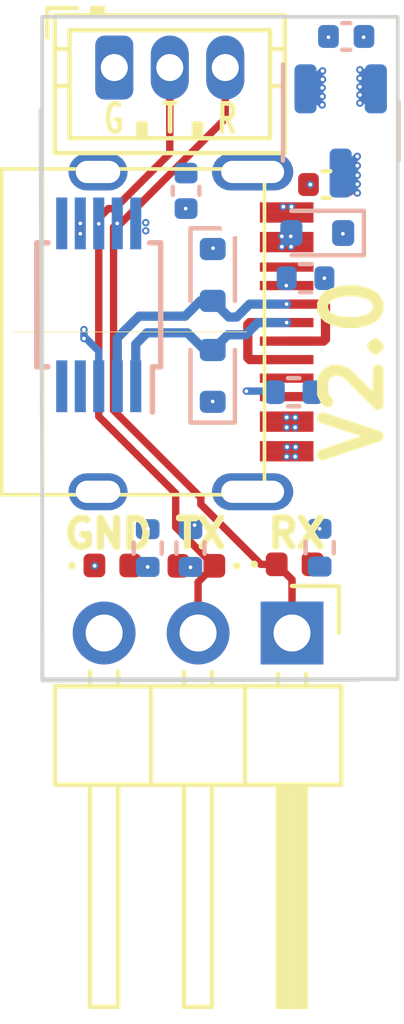
<source format=kicad_pcb>
(kicad_pcb (version 20221018) (generator pcbnew)
  (layers (0 "F.Cu" signal) (1 "In1.Cu" signal) (2 "In2.Cu" signal) (31 "B.Cu" signal) (34 "B.Paste" user) (35 "F.Paste" user) (36 "B.SilkS" user "B.Silkscreen") (37 "F.SilkS" user "F.Silkscreen") (38 "B.Mask" user) (39 "F.Mask" user) (44 "Edge.Cuts" user))
  (net 0 "")
  (net 1 "RXD")
  (net 2 "TXD")
  (net 3 "+5V")
  (net 7 "+3V3")
  (net 8 "Net-(D1-A)")
  (net 9 "Net-(D4-A)")
  (net 10 "Net-(D5-A)")
  (net 11 "Net-(J1-CC1)")
  (net 13 "Net-(J1-CC2)")
  (net 15 "GND")
  (net 16 "D+")
  (net 17 "D-")
  (footprint "Connector_JST2:JST_ZH_B3B-ZR_1x03_P1.50mm_Vertical" (layer "F.Cu") (at 150.55 120.89)
    (fp_text reference "J3" hide)
    (fp_text value "ZST-ZH-3" hide)
    (fp_line (start -1.81 -1.61) (end -1.81 -0.81) (stroke (width 0.12)) (layer "F.SilkS"))
    (fp_line (start -1.61 -1.41) (end -1.61 2.31) (stroke (width 0.12)) (layer "F.SilkS"))
    (fp_line (start -1.61 -0.5) (end -1.21 -0.5) (stroke (width 0.12)) (layer "F.SilkS"))
    (fp_line (start -1.61 0.5) (end -1.21 0.5) (stroke (width 0.12)) (layer "F.SilkS"))
    (fp_line (start -1.61 2.31) (end 4.61 2.31) (stroke (width 0.12)) (layer "F.SilkS"))
    (fp_line (start -1.21 -1.01) (end -1.21 1.91) (stroke (width 0.12)) (layer "F.SilkS"))
    (fp_line (start -1.21 1.91) (end 4.21 1.91) (stroke (width 0.12)) (layer "F.SilkS"))
    (fp_line (start -1.01 -1.61) (end -1.81 -1.61) (stroke (width 0.12)) (layer "F.SilkS"))
    (fp_line (start -0.6 -1.61) (end -0.6 -1.41) (stroke (width 0.12)) (layer "F.SilkS"))
    (fp_line (start -0.3 -1.61) (end -0.6 -1.61) (stroke (width 0.12)) (layer "F.SilkS"))
    (fp_line (start -0.3 -1.51) (end -0.6 -1.51) (stroke (width 0.12)) (layer "F.SilkS"))
    (fp_line (start -0.3 -1.41) (end -0.3 -1.61) (stroke (width 0.12)) (layer "F.SilkS"))
    (fp_line (start 0.65 1.51) (end 0.85 1.51) (stroke (width 0.12)) (layer "F.SilkS"))
    (fp_line (start 0.65 1.91) (end 0.65 1.51) (stroke (width 0.12)) (layer "F.SilkS"))
    (fp_line (start 0.75 1.91) (end 0.75 1.51) (stroke (width 0.12)) (layer "F.SilkS"))
    (fp_line (start 0.85 1.51) (end 0.85 1.91) (stroke (width 0.12)) (layer "F.SilkS"))
    (fp_line (start 2.15 1.51) (end 2.35 1.51) (stroke (width 0.12)) (layer "F.SilkS"))
    (fp_line (start 2.15 1.91) (end 2.15 1.51) (stroke (width 0.12)) (layer "F.SilkS"))
    (fp_line (start 2.25 1.91) (end 2.25 1.51) (stroke (width 0.12)) (layer "F.SilkS"))
    (fp_line (start 2.35 1.51) (end 2.35 1.91) (stroke (width 0.12)) (layer "F.SilkS"))
    (fp_line (start 4.21 -1.01) (end -1.21 -1.01) (stroke (width 0.12)) (layer "F.SilkS"))
    (fp_line (start 4.21 1.91) (end 4.21 -1.01) (stroke (width 0.12)) (layer "F.SilkS"))
    (fp_line (start 4.61 -1.41) (end -1.61 -1.41) (stroke (width 0.12)) (layer "F.SilkS"))
    (fp_line (start 4.61 -0.5) (end 4.21 -0.5) (stroke (width 0.12)) (layer "F.SilkS"))
    (fp_line (start 4.61 0.5) (end 4.21 0.5) (stroke (width 0.12)) (layer "F.SilkS"))
    (fp_line (start 4.61 2.31) (end 4.61 -1.41) (stroke (width 0.12)) (layer "F.SilkS"))
    (pad "1" thru_hole roundrect (at 0 0) (size 1.03 1.73) (drill 0.73) (layers "*.Cu" "*.Mask") (roundrect_rratio 0.242718) (net 15 "GND"))
    (pad "2" thru_hole oval (at 1.5 0) (size 1.03 1.73) (drill 0.73) (layers "*.Cu" "*.Mask") (net 2 "TXD"))
    (pad "3" thru_hole oval (at 3 0) (size 1.03 1.73) (drill 0.73) (layers "*.Cu" "*.Mask") (net 1 "RXD"))
  )
  (footprint "LED_SMD:LED_0402_1005Metric" (layer "F.Cu") (at 150.4975 134.34)
    (fp_text reference "D1" hide)
    (fp_text value "G_LED" hide)
    (fp_circle (center -1.09 0) (end -1.04 0) (stroke (width 0.1)) (fill none) (layer "F.SilkS"))
    (pad "1" smd roundrect (at -0.485 0) (size 0.59 0.64) (layers "F.Cu" "F.Paste" "F.Mask") (net 15 "GND"))
    (pad "2" smd roundrect (at 0.485 0) (size 0.59 0.64) (layers "F.Cu" "F.Paste" "F.Mask") (net 8 "Net-(D1-A)"))
  )
  (footprint "Connector_PinHeader_2.54mm:PinHeader_1x03_P2.54mm_Horizontal" (layer "F.Cu") (at 155.355 136.165 -90)
    (fp_text reference "J2" hide)
    (fp_text value "Conn_Dupont_0.1\"_01x03" hide)
    (fp_line (start -1.27 -1.27) (end 0 -1.27) (stroke (width 0.12)) (layer "F.SilkS"))
    (fp_line (start -1.27 0) (end -1.27 -1.27) (stroke (width 0.12)) (layer "F.SilkS"))
    (fp_line (start 1.042929 2.16) (end 1.44 2.16) (stroke (width 0.12)) (layer "F.SilkS"))
    (fp_line (start 1.042929 2.92) (end 1.44 2.92) (stroke (width 0.12)) (layer "F.SilkS"))
    (fp_line (start 1.042929 4.7) (end 1.44 4.7) (stroke (width 0.12)) (layer "F.SilkS"))
    (fp_line (start 1.042929 5.46) (end 1.44 5.46) (stroke (width 0.12)) (layer "F.SilkS"))
    (fp_line (start 1.11 -0.38) (end 1.44 -0.38) (stroke (width 0.12)) (layer "F.SilkS"))
    (fp_line (start 1.11 0.38) (end 1.44 0.38) (stroke (width 0.12)) (layer "F.SilkS"))
    (fp_line (start 1.44 -1.33) (end 1.44 6.41) (stroke (width 0.12)) (layer "F.SilkS"))
    (fp_line (start 1.44 1.27) (end 4.1 1.27) (stroke (width 0.12)) (layer "F.SilkS"))
    (fp_line (start 1.44 3.81) (end 4.1 3.81) (stroke (width 0.12)) (layer "F.SilkS"))
    (fp_line (start 1.44 6.41) (end 4.1 6.41) (stroke (width 0.12)) (layer "F.SilkS"))
    (fp_line (start 4.1 -1.33) (end 1.44 -1.33) (stroke (width 0.12)) (layer "F.SilkS"))
    (fp_line (start 4.1 -0.38) (end 10.1 -0.38) (stroke (width 0.12)) (layer "F.SilkS"))
    (fp_line (start 4.1 -0.32) (end 10.1 -0.32) (stroke (width 0.12)) (layer "F.SilkS"))
    (fp_line (start 4.1 -0.2) (end 10.1 -0.2) (stroke (width 0.12)) (layer "F.SilkS"))
    (fp_line (start 4.1 -0.08) (end 10.1 -0.08) (stroke (width 0.12)) (layer "F.SilkS"))
    (fp_line (start 4.1 0.04) (end 10.1 0.04) (stroke (width 0.12)) (layer "F.SilkS"))
    (fp_line (start 4.1 0.16) (end 10.1 0.16) (stroke (width 0.12)) (layer "F.SilkS"))
    (fp_line (start 4.1 0.28) (end 10.1 0.28) (stroke (width 0.12)) (layer "F.SilkS"))
    (fp_line (start 4.1 2.16) (end 10.1 2.16) (stroke (width 0.12)) (layer "F.SilkS"))
    (fp_line (start 4.1 4.7) (end 10.1 4.7) (stroke (width 0.12)) (layer "F.SilkS"))
    (fp_line (start 4.1 6.41) (end 4.1 -1.33) (stroke (width 0.12)) (layer "F.SilkS"))
    (fp_line (start 10.1 -0.38) (end 10.1 0.38) (stroke (width 0.12)) (layer "F.SilkS"))
    (fp_line (start 10.1 0.38) (end 4.1 0.38) (stroke (width 0.12)) (layer "F.SilkS"))
    (fp_line (start 10.1 2.16) (end 10.1 2.92) (stroke (width 0.12)) (layer "F.SilkS"))
    (fp_line (start 10.1 2.92) (end 4.1 2.92) (stroke (width 0.12)) (layer "F.SilkS"))
    (fp_line (start 10.1 4.7) (end 10.1 5.46) (stroke (width 0.12)) (layer "F.SilkS"))
    (fp_line (start 10.1 5.46) (end 4.1 5.46) (stroke (width 0.12)) (layer "F.SilkS"))
    (pad "1" thru_hole rect (at 0 0 270) (size 1.7 1.7) (drill 1) (layers "*.Cu" "*.Mask") (net 1 "RXD"))
    (pad "2" thru_hole oval (at 0 2.54 270) (size 1.7 1.7) (drill 1) (layers "*.Cu" "*.Mask") (net 2 "TXD"))
    (pad "3" thru_hole oval (at 0 5.08 270) (size 1.7 1.7) (drill 1) (layers "*.Cu" "*.Mask") (net 15 "GND"))
  )
  (footprint "USB-C-Power-tester:TYPE-C-31-M-12" (layer "F.Cu") (at 150.11 128.03 -90)
    (fp_text reference "J1" hide)
    (fp_text value "USB-C_2.0" hide)
    (fp_line (start -4.4 -4.5) (end -4.4 2.6) (stroke (width 0.1)) (layer "F.SilkS"))
    (fp_line (start -4.4 -4.5) (end 4.4 -4.5) (stroke (width 0.1)) (layer "F.SilkS"))
    (fp_line (start 0 -4.02) (end 0 2.3) (stroke (width 0.02)) (layer "F.SilkS"))
    (fp_line (start 4.2 1.5) (end -4.2 1.5) (stroke (width 0.1)) (layer "F.SilkS"))
    (fp_line (start 4.4 -4.5) (end 4.4 2.6) (stroke (width 0.1)) (layer "F.SilkS"))
    (fp_line (start 4.4 2.6) (end -4.4 2.6) (stroke (width 0.1)) (layer "F.SilkS"))
    (pad "" np_thru_hole circle (at -2.9 -3.65 270) (size 0.65 0.65) (drill 0.65) (layers "*.Cu" "*.Mask") (clearance 0.01))
    (pad "" np_thru_hole circle (at 2.9 -3.65 270) (size 0.65 0.65) (drill 0.65) (layers "*.Cu" "*.Mask") (clearance 0.01))
    (pad "A1" smd rect (at -3.375 -5.1 270) (size 0.25 1.45) (layers "F.Cu" "F.Paste" "F.Mask") (net 15 "GND"))
    (pad "A4" smd rect (at -2.575 -5.1 270) (size 0.25 1.45) (layers "F.Cu" "F.Paste" "F.Mask") (net 3 "+5V"))
    (pad "A5" smd rect (at -1.25 -5.1 270) (size 0.25 1.45) (layers "F.Cu" "F.Paste" "F.Mask") (net 11 "Net-(J1-CC1)"))
    (pad "A6" smd rect (at -0.25 -5.1 270) (size 0.25 1.45) (layers "F.Cu" "F.Paste" "F.Mask") (net 16 "D+"))
    (pad "A7" smd rect (at 0.25 -5.1 270) (size 0.25 1.45) (layers "F.Cu" "F.Paste" "F.Mask") (net 17 "D-"))
    (pad "A8" smd rect (at 1.25 -5.1 270) (size 0.25 1.45) (layers "F.Cu" "F.Paste" "F.Mask"))
    (pad "A9" smd rect (at 2.575 -5.1 270) (size 0.25 1.45) (layers "F.Cu" "F.Paste" "F.Mask") (net 3 "+5V"))
    (pad "A12" smd rect (at 3.375 -5.1 270) (size 0.25 1.45) (layers "F.Cu" "F.Paste" "F.Mask") (net 15 "GND"))
    (pad "B1" smd rect (at 3.1 -5.1 270) (size 0.3 1.45) (layers "F.Cu" "F.Paste" "F.Mask") (net 15 "GND"))
    (pad "B4" smd rect (at 2.3 -5.1 270) (size 0.3 1.45) (layers "F.Cu" "F.Paste" "F.Mask") (net 3 "+5V"))
    (pad "B5" smd rect (at 1.75 -5.1 270) (size 0.25 1.45) (layers "F.Cu" "F.Paste" "F.Mask") (net 13 "Net-(J1-CC2)"))
    (pad "B6" smd rect (at 0.75 -5.1 270) (size 0.25 1.45) (layers "F.Cu" "F.Paste" "F.Mask") (net 16 "D+"))
    (pad "B7" smd rect (at -0.75 -5.1 270) (size 0.25 1.45) (layers "F.Cu" "F.Paste" "F.Mask") (net 17 "D-"))
    (pad "B8" smd rect (at -1.75 -5.1 270) (size 0.25 1.45) (layers "F.Cu" "F.Paste" "F.Mask"))
    (pad "B9" smd rect (at -2.3 -5.1 270) (size 0.3 1.45) (layers "F.Cu" "F.Paste" "F.Mask") (net 3 "+5V"))
    (pad "B12" smd rect (at -3.1 -5.1 270) (size 0.3 1.45) (layers "F.Cu" "F.Paste" "F.Mask") (net 15 "GND"))
    (pad "S1" thru_hole roundrect (at -4.32 -4.18 270) (size 1 2.2) (drill oval 0.6 1.7) (layers "*.Cu" "*.Mask") (roundrect_rratio 0.5) (net 15 "GND"))
    (pad "S1" thru_hole roundrect (at -4.32 0 270) (size 1 1.6) (drill oval 0.6 1.2) (layers "*.Cu" "*.Mask") (roundrect_rratio 0.5) (net 15 "GND"))
    (pad "S1" thru_hole roundrect (at 4.32 -4.18 270) (size 1 2.2) (drill oval 0.6 1.7) (layers "*.Cu" "*.Mask") (roundrect_rratio 0.5) (net 15 "GND"))
    (pad "S1" thru_hole roundrect (at 4.32 0 270) (size 1 1.6) (drill oval 0.6 1.2) (layers "*.Cu" "*.Mask") (roundrect_rratio 0.5) (net 15 "GND"))
  )
  (footprint "LED_SMD:LED_0402_1005Metric" (layer "F.Cu") (at 155.425 134.31)
    (fp_text reference "D5" hide)
    (fp_text value "B_LED" hide)
    (fp_circle (center -1.09 0) (end -1.04 0) (stroke (width 0.1)) (fill none) (layer "F.SilkS"))
    (pad "1" smd roundrect (at -0.485 0) (size 0.59 0.64) (layers "F.Cu" "F.Paste" "F.Mask") (net 1 "RXD"))
    (pad "2" smd roundrect (at 0.485 0) (size 0.59 0.64) (layers "F.Cu" "F.Paste" "F.Mask") (net 10 "Net-(D5-A)"))
  )
  (footprint "Capacitor_SMD:C_0402_1005Metric" (layer "F.Cu") (at 156.28 124.05 180)
    (fp_text reference "C1" hide)
    (fp_text value "1uF" hide)
    (fp_line (start -0.107836 -0.36) (end 0.107836 -0.36) (stroke (width 0.12)) (layer "F.SilkS"))
    (fp_line (start -0.107836 0.36) (end 0.107836 0.36) (stroke (width 0.12)) (layer "F.SilkS"))
    (pad "1" smd roundrect (at -0.48 0 180) (size 0.56 0.62) (layers "F.Cu" "F.Paste" "F.Mask") (net 3 "+5V"))
    (pad "2" smd roundrect (at 0.48 0 180) (size 0.56 0.62) (layers "F.Cu" "F.Paste" "F.Mask") (net 15 "GND"))
  )
  (footprint "LED_SMD:LED_0402_1005Metric" (layer "F.Cu") (at 152.77 134.35 180)
    (fp_text reference "D4" hide)
    (fp_text value "B_LED" hide)
    (fp_circle (center -1.09 0) (end -1.04 0) (stroke (width 0.1)) (fill none) (layer "F.SilkS"))
    (pad "1" smd roundrect (at -0.485 0 180) (size 0.59 0.64) (layers "F.Cu" "F.Paste" "F.Mask") (net 2 "TXD"))
    (pad "2" smd roundrect (at 0.485 0 180) (size 0.59 0.64) (layers "F.Cu" "F.Paste" "F.Mask") (net 9 "Net-(D4-A)"))
  )
  (footprint "Capacitor_SMD:C_0402_1005Metric" (layer "B.Cu") (at 156.82 120.05 180)
    (fp_text reference "C3" hide)
    (fp_text value "1uF" hide)
    (fp_line (start -0.107836 -0.36) (end 0.107836 -0.36) (stroke (width 0.12)) (layer "B.SilkS"))
    (fp_line (start -0.107836 0.36) (end 0.107836 0.36) (stroke (width 0.12)) (layer "B.SilkS"))
    (pad "1" smd roundrect (at -0.48 0 180) (size 0.56 0.62) (layers "B.Cu" "B.Paste" "B.Mask") (net 7 "+3V3"))
    (pad "2" smd roundrect (at 0.48 0 180) (size 0.56 0.62) (layers "B.Cu" "B.Paste" "B.Mask") (net 15 "GND"))
  )
  (footprint "Package_TO_SOT_SMD:SOT-23-3" (layer "B.Cu") (at 156.67 122.6025 -90)
    (fp_text reference "U2" hide)
    (fp_text value "XC6206P332MR" hide)
    (fp_line (start 0 -1.56) (end -0.8 -1.56) (stroke (width 0.12)) (layer "B.SilkS"))
    (fp_line (start 0 -1.56) (end 0.8 -1.56) (stroke (width 0.12)) (layer "B.SilkS"))
    (fp_line (start 0 1.56) (end -1.8 1.56) (stroke (width 0.12)) (layer "B.SilkS"))
    (fp_line (start 0 1.56) (end 0.8 1.56) (stroke (width 0.12)) (layer "B.SilkS"))
    (pad "1" smd roundrect (at -1.1375 0.95 270) (size 1.325 0.6) (layers "B.Cu" "B.Paste" "B.Mask") (net 15 "GND"))
    (pad "2" smd roundrect (at -1.1375 -0.95 270) (size 1.325 0.6) (layers "B.Cu" "B.Paste" "B.Mask") (net 7 "+3V3"))
    (pad "3" smd roundrect (at 1.1375 0 270) (size 1.325 0.6) (layers "B.Cu" "B.Paste" "B.Mask") (net 3 "+5V"))
  )
  (footprint "Resistor_SMD:R_0402_1005Metric" (layer "B.Cu") (at 155.4 129.66 180)
    (fp_text reference "R2" hide)
    (fp_text value "5.1K" hide)
    (fp_line (start -0.153641 -0.38) (end 0.153641 -0.38) (stroke (width 0.12)) (layer "B.SilkS"))
    (fp_line (start -0.153641 0.38) (end 0.153641 0.38) (stroke (width 0.12)) (layer "B.SilkS"))
    (pad "1" smd roundrect (at -0.51 0 180) (size 0.54 0.64) (layers "B.Cu" "B.Paste" "B.Mask") (net 13 "Net-(J1-CC2)"))
    (pad "2" smd roundrect (at 0.51 0 180) (size 0.54 0.64) (layers "B.Cu" "B.Paste" "B.Mask") (net 15 "GND"))
  )
  (footprint "Resistor_SMD:R_0402_1005Metric" (layer "B.Cu") (at 156.1025 133.86 -90)
    (fp_text reference "R5" hide)
    (fp_text value "10K" hide)
    (fp_line (start -0.153641 -0.38) (end 0.153641 -0.38) (stroke (width 0.12)) (layer "B.SilkS"))
    (fp_line (start -0.153641 0.38) (end 0.153641 0.38) (stroke (width 0.12)) (layer "B.SilkS"))
    (pad "1" smd roundrect (at -0.51 0 270) (size 0.54 0.64) (layers "B.Cu" "B.Paste" "B.Mask") (net 7 "+3V3"))
    (pad "2" smd roundrect (at 0.51 0 270) (size 0.54 0.64) (layers "B.Cu" "B.Paste" "B.Mask") (net 10 "Net-(D5-A)"))
  )
  (footprint "Resistor_SMD:R_0402_1005Metric" (layer "B.Cu") (at 155.72 126.58)
    (fp_text reference "R3" hide)
    (fp_text value "5.1K" hide)
    (fp_line (start -0.153641 -0.38) (end 0.153641 -0.38) (stroke (width 0.12)) (layer "B.SilkS"))
    (fp_line (start -0.153641 0.38) (end 0.153641 0.38) (stroke (width 0.12)) (layer "B.SilkS"))
    (pad "1" smd roundrect (at -0.51 0) (size 0.54 0.64) (layers "B.Cu" "B.Paste" "B.Mask") (net 11 "Net-(J1-CC1)"))
    (pad "2" smd roundrect (at 0.51 0) (size 0.54 0.64) (layers "B.Cu" "B.Paste" "B.Mask") (net 15 "GND"))
  )
  (footprint "Diode_SMD:D_SOD-523" (layer "B.Cu") (at 153.21 126.4925 -90)
    (fp_text reference "D3" hide)
    (fp_text value "LESD5D5.0CT1G" hide)
    (fp_line (start -1.26 0.6) (end -1.26 -0.6) (stroke (width 0.12)) (layer "B.SilkS"))
    (fp_line (start 0.7 -0.6) (end -1.26 -0.6) (stroke (width 0.12)) (layer "B.SilkS"))
    (fp_line (start 0.7 0.6) (end -1.26 0.6) (stroke (width 0.12)) (layer "B.SilkS"))
    (pad "1" smd roundrect (at -0.7 0 90) (size 0.6 0.7) (layers "B.Cu" "B.Paste" "B.Mask") (net 15 "GND"))
    (pad "2" smd roundrect (at 0.7 0 90) (size 0.6 0.7) (layers "B.Cu" "B.Paste" "B.Mask") (net 17 "D-"))
  )
  (footprint "Package_SO:MSOP-10_3x3mm_P0.5mm" (layer "B.Cu") (at 150.13 127.3 90)
    (fp_text reference "U1" hide)
    (fp_text value "CH340E" hide)
    (fp_line (start -1.675 -1.675) (end -1.675 -1.375) (stroke (width 0.15)) (layer "B.SilkS"))
    (fp_line (start -1.675 -1.675) (end 1.675 -1.675) (stroke (width 0.15)) (layer "B.SilkS"))
    (fp_line (start -1.675 1.45) (end -2.9 1.45) (stroke (width 0.15)) (layer "B.SilkS"))
    (fp_line (start -1.675 1.675) (end -1.675 1.45) (stroke (width 0.15)) (layer "B.SilkS"))
    (fp_line (start -1.675 1.675) (end 1.675 1.675) (stroke (width 0.15)) (layer "B.SilkS"))
    (fp_line (start 1.675 -1.675) (end 1.675 -1.375) (stroke (width 0.15)) (layer "B.SilkS"))
    (fp_line (start 1.675 1.675) (end 1.675 1.375) (stroke (width 0.15)) (layer "B.SilkS"))
    (pad "1" smd rect (at -2.2 1 90) (size 1.4 0.3) (layers "B.Cu" "B.Paste" "B.Mask") (net 16 "D+"))
    (pad "2" smd rect (at -2.2 0.5 90) (size 1.4 0.3) (layers "B.Cu" "B.Paste" "B.Mask") (net 17 "D-"))
    (pad "3" smd rect (at -2.2 0 90) (size 1.4 0.3) (layers "B.Cu" "B.Paste" "B.Mask") (net 15 "GND"))
    (pad "4" smd rect (at -2.2 -0.5 90) (size 1.4 0.3) (layers "B.Cu" "B.Paste" "B.Mask"))
    (pad "5" smd rect (at -2.2 -1 90) (size 1.4 0.3) (layers "B.Cu" "B.Paste" "B.Mask"))
    (pad "6" smd rect (at 2.2 -1 90) (size 1.4 0.3) (layers "B.Cu" "B.Paste" "B.Mask"))
    (pad "7" smd rect (at 2.2 -0.5 90) (size 1.4 0.3) (layers "B.Cu" "B.Paste" "B.Mask") (net 7 "+3V3"))
    (pad "8" smd rect (at 2.2 0 90) (size 1.4 0.3) (layers "B.Cu" "B.Paste" "B.Mask") (net 2 "TXD"))
    (pad "9" smd rect (at 2.2 0.5 90) (size 1.4 0.3) (layers "B.Cu" "B.Paste" "B.Mask") (net 1 "RXD"))
    (pad "10" smd rect (at 2.2 1 90) (size 1.4 0.3) (layers "B.Cu" "B.Paste" "B.Mask") (net 7 "+3V3"))
  )
  (footprint "Diode_SMD:D_SOD-523" (layer "B.Cu") (at 153.21 129.22 90)
    (fp_text reference "D2" hide)
    (fp_text value "LESD5D5.0CT1G" hide)
    (fp_line (start -1.26 0.6) (end -1.26 -0.6) (stroke (width 0.12)) (layer "B.SilkS"))
    (fp_line (start 0.7 -0.6) (end -1.26 -0.6) (stroke (width 0.12)) (layer "B.SilkS"))
    (fp_line (start 0.7 0.6) (end -1.26 0.6) (stroke (width 0.12)) (layer "B.SilkS"))
    (pad "1" smd roundrect (at -0.7 0 270) (size 0.6 0.7) (layers "B.Cu" "B.Paste" "B.Mask") (net 15 "GND"))
    (pad "2" smd roundrect (at 0.7 0 270) (size 0.6 0.7) (layers "B.Cu" "B.Paste" "B.Mask") (net 16 "D+"))
  )
  (footprint "Capacitor_SMD:C_0402_1005Metric" (layer "B.Cu") (at 152.49 124.22 90)
    (fp_text reference "C2" hide)
    (fp_text value "100nF" hide)
    (fp_line (start -0.107836 -0.36) (end 0.107836 -0.36) (stroke (width 0.12)) (layer "B.SilkS"))
    (fp_line (start -0.107836 0.36) (end 0.107836 0.36) (stroke (width 0.12)) (layer "B.SilkS"))
    (pad "1" smd roundrect (at -0.48 0 90) (size 0.56 0.62) (layers "B.Cu" "B.Paste" "B.Mask") (net 7 "+3V3"))
    (pad "2" smd roundrect (at 0.48 0 90) (size 0.56 0.62) (layers "B.Cu" "B.Paste" "B.Mask") (net 15 "GND"))
  )
  (footprint "Resistor_SMD:R_0402_1005Metric" (layer "B.Cu") (at 152.61 133.87 -90)
    (fp_text reference "R4" hide)
    (fp_text value "10K" hide)
    (fp_line (start -0.153641 -0.38) (end 0.153641 -0.38) (stroke (width 0.12)) (layer "B.SilkS"))
    (fp_line (start -0.153641 0.38) (end 0.153641 0.38) (stroke (width 0.12)) (layer "B.SilkS"))
    (pad "1" smd roundrect (at -0.51 0 270) (size 0.54 0.64) (layers "B.Cu" "B.Paste" "B.Mask") (net 7 "+3V3"))
    (pad "2" smd roundrect (at 0.51 0 270) (size 0.54 0.64) (layers "B.Cu" "B.Paste" "B.Mask") (net 9 "Net-(D4-A)"))
  )
  (footprint "Diode_SMD:D_SOD-523" (layer "B.Cu") (at 156.0375 125.36 180)
    (fp_text reference "D6" hide)
    (fp_text value "LESD5D5.0CT1G" hide)
    (fp_line (start -1.26 0.6) (end -1.26 -0.6) (stroke (width 0.12)) (layer "B.SilkS"))
    (fp_line (start 0.7 -0.6) (end -1.26 -0.6) (stroke (width 0.12)) (layer "B.SilkS"))
    (fp_line (start 0.7 0.6) (end -1.26 0.6) (stroke (width 0.12)) (layer "B.SilkS"))
    (pad "1" smd roundrect (at -0.7 0) (size 0.6 0.7) (layers "B.Cu" "B.Paste" "B.Mask") (net 15 "GND"))
    (pad "2" smd roundrect (at 0.7 0) (size 0.6 0.7) (layers "B.Cu" "B.Paste" "B.Mask") (net 3 "+5V"))
  )
  (footprint "Resistor_SMD:R_0402_1005Metric" (layer "B.Cu") (at 151.4525 133.87 -90)
    (fp_text reference "R1" hide)
    (fp_text value "10K" hide)
    (fp_line (start -0.153641 -0.38) (end 0.153641 -0.38) (stroke (width 0.12)) (layer "B.SilkS"))
    (fp_line (start -0.153641 0.38) (end 0.153641 0.38) (stroke (width 0.12)) (layer "B.SilkS"))
    (pad "1" smd roundrect (at -0.51 0 270) (size 0.54 0.64) (layers "B.Cu" "B.Paste" "B.Mask") (net 7 "+3V3"))
    (pad "2" smd roundrect (at 0.51 0 270) (size 0.54 0.64) (layers "B.Cu" "B.Paste" "B.Mask") (net 8 "Net-(D1-A)"))
  )
  (gr_line (start 148.6 132.22) (end 148.61 137.45) (stroke (width 0.1)) (layer "Edge.Cuts"))
  (gr_line (start 148.61 137.45) (end 157.15 137.43) (stroke (width 0.1)) (layer "Edge.Cuts"))
  (gr_rect (start 148.6 119.52) (end 158.21 137.41) (stroke (width 0.1)) (fill none) (layer "Edge.Cuts"))
  (gr_line (start 148.55125 122.0375) (end 148.6 132.22) (stroke (width 0.1)) (layer "Edge.Cuts"))
  (gr_text "TX" (at 152.11 133.92) (layer "F.SilkS") (effects (font (size 0.762 0.762) (thickness 0.1905) bold) (justify left bottom)))
  (gr_text "GND" (at 149.1 133.93) (layer "F.SilkS") (effects (font (size 0.762 0.762) (thickness 0.1905) bold) (justify left bottom)))
  (gr_text "G" (at 150.2 122.72) (layer "F.SilkS") (effects (font (size 0.762 0.508) (thickness 0.127) bold) (justify left bottom)))
  (gr_text "RX" (at 154.61 133.92) (layer "F.SilkS") (effects (font (size 0.762 0.762) (thickness 0.1905) bold) (justify left bottom)))
  (gr_text "T" (at 151.78 122.71) (layer "F.SilkS") (effects (font (size 0.762 0.508) (thickness 0.127) bold) (justify left bottom)))
  (gr_text "R" (at 153.26 122.72) (layer "F.SilkS") (effects (font (size 0.762 0.508) (thickness 0.127) bold) (justify left bottom)))
  (gr_text "V2.0" (at 157.88 131.69 90) (layer "F.SilkS") (effects (font (size 1.5 1.5) (thickness 0.3) bold) (justify left bottom)))
  (gr_text "GND" (at 149.11 133.93) (layer "F.SilkS") (effects (font (size 0.762 0.762) (thickness 0.1905) bold) (justify left bottom)))
  (segment (start 154.511358 134.31) (end 154.94 134.31) (width 0.2) (layer "F.Cu") (net 1))
  (segment (start 153.55 122.274328) (end 150.724328 125.1) (width 0.2) (layer "F.Cu") (net 1))
  (segment (start 155.355 134.725) (end 154.94 134.31) (width 0.2) (layer "F.Cu") (net 1))
  (segment (start 150.53 130.148628) (end 152.89 132.508628) (width 0.2) (layer "F.Cu") (net 1))
  (segment (start 153.55 120.89) (end 153.55 122.274328) (width 0.2) (layer "F.Cu") (net 1))
  (segment (start 152.89 132.688642) (end 154.511358 134.31) (width 0.2) (layer "F.Cu") (net 1))
  (segment (start 150.53 125.2) (end 150.53 130.148628) (width 0.2) (layer "F.Cu") (net 1))
  (segment (start 150.63 125.1) (end 150.53 125.2) (width 0.2) (layer "F.Cu") (net 1))
  (segment (start 152.89 132.508628) (end 152.89 132.688642) (width 0.2) (layer "F.Cu") (net 1))
  (segment (start 155.355 136.165) (end 155.355 134.725) (width 0.2) (layer "F.Cu") (net 1))
  (segment (start 150.724328 125.1) (end 150.63 125.1) (width 0.2) (layer "F.Cu") (net 1))
  (via (at 150.63 125.1) (size 0.2) (drill 0.1) (layers "F.Cu" "B.Cu") (net 1))
  (segment (start 150.39 124.7) (end 150.558642 124.7) (width 0.2) (layer "F.Cu") (net 2))
  (segment (start 150.13 125.11) (end 150.13 124.96) (width 0.2) (layer "F.Cu") (net 2))
  (segment (start 152.05 123.208642) (end 152.05 120.89) (width 0.2) (layer "F.Cu") (net 2))
  (segment (start 150.558642 124.7) (end 152.05 123.208642) (width 0.2) (layer "F.Cu") (net 2))
  (segment (start 150.13 125.11) (end 150.13 130.314314) (width 0.2) (layer "F.Cu") (net 2))
  (segment (start 150.13 130.314314) (end 152.21 132.394314) (width 0.2) (layer "F.Cu") (net 2))
  (segment (start 152.21 132.394314) (end 152.21 133.305) (width 0.2) (layer "F.Cu") (net 2))
  (segment (start 152.815 136.165) (end 152.815 134.79) (width 0.2) (layer "F.Cu") (net 2))
  (segment (start 152.21 133.305) (end 153.255 134.35) (width 0.2) (layer "F.Cu") (net 2))
  (segment (start 152.815 134.79) (end 153.255 134.35) (width 0.2) (layer "F.Cu") (net 2))
  (segment (start 150.13 124.96) (end 150.39 124.7) (width 0.2) (layer "F.Cu") (net 2))
  (via (at 150.13 125.11) (size 0.2) (drill 0.1) (layers "F.Cu" "B.Cu") (net 2))
  (via (at 155.08 125.45) (size 0.2) (drill 0.1) (layers "F.Cu" "B.Cu") (net 3))
  (via (at 157.12 123.8) (size 0.2) (drill 0.1) (layers "F.Cu" "B.Cu") (net 3))
  (via (at 155.44 130.61) (size 0.2) (drill 0.1) (layers "F.Cu" "B.Cu") (net 3))
  (via (at 155.33 125.73) (size 0.2) (drill 0.1) (layers "F.Cu" "B.Cu") (net 3))
  (via (at 157.12 124.28) (size 0.2) (drill 0.1) (layers "F.Cu" "B.Cu") (net 3))
  (via (at 155.21 130.61) (size 0.2) (drill 0.1) (layers "F.Cu" "B.Cu") (net 3))
  (via (at 155.08 125.73) (size 0.2) (drill 0.1) (layers "F.Cu" "B.Cu") (net 3))
  (via (at 155.21 130.34) (size 0.2) (drill 0.1) (layers "F.Cu" "B.Cu") (net 3))
  (via (at 157.12 123.29) (size 0.2) (drill 0.1) (layers "F.Cu" "B.Cu") (net 3))
  (via (at 155.44 130.34) (size 0.2) (drill 0.1) (layers "F.Cu" "B.Cu") (net 3))
  (via (at 157.12 123.54) (size 0.2) (drill 0.1) (layers "F.Cu" "B.Cu") (net 3))
  (via (at 155.32 125.45) (size 0.2) (drill 0.1) (layers "F.Cu" "B.Cu") (net 3))
  (via (at 157.12 124.04) (size 0.2) (drill 0.1) (layers "F.Cu" "B.Cu") (net 3))
  (segment (start 156.67 123.74) (end 156.92 123.74) (width 0.2) (layer "B.Cu") (net 3))
  (segment (start 157.06 123.74) (end 157.12 123.8) (width 0.2) (layer "B.Cu") (net 3))
  (segment (start 156.67 123.74) (end 156.82 123.74) (width 0.2) (layer "B.Cu") (net 3))
  (segment (start 156.67 123.83) (end 157.12 124.28) (width 0.2) (layer "B.Cu") (net 3))
  (segment (start 156.92 123.74) (end 157.12 123.54) (width 0.2) (layer "B.Cu") (net 3))
  (segment (start 156.67 123.74) (end 157.06 123.74) (width 0.2) (layer "B.Cu") (net 3))
  (segment (start 156.82 123.74) (end 157.12 124.04) (width 0.2) (layer "B.Cu") (net 3))
  (segment (start 156.67 123.74) (end 157.12 123.29) (width 0.2) (layer "B.Cu") (net 3))
  (segment (start 156.67 123.74) (end 156.67 123.83) (width 0.2) (layer "B.Cu") (net 3))
  (via (at 157.19 121.85) (size 0.2) (drill 0.1) (layers "F.Cu" "B.Cu") (net 7))
  (via (at 152.48 124.7) (size 0.2) (drill 0.1) (layers "F.Cu" "B.Cu") (net 7))
  (via (at 151.4 125.3) (size 0.2) (drill 0.1) (layers "F.Cu" "B.Cu") (net 7))
  (via (at 157.19 120.95) (size 0.2) (drill 0.1) (layers "F.Cu" "B.Cu") (net 7))
  (via (at 152.71999 133.25001) (size 0.2) (drill 0.1) (layers "F.Cu" "B.Cu") (net 7))
  (via (at 151.4 125.08) (size 0.2) (drill 0.1) (layers "F.Cu" "B.Cu") (net 7))
  (via (at 157.19 121.18) (size 0.2) (drill 0.1) (layers "F.Cu" "B.Cu") (net 7))
  (via (at 149.63 125.38) (size 0.2) (drill 0.1) (layers "F.Cu" "B.Cu") (net 7))
  (via (at 149.63 125.1) (size 0.2) (drill 0.1) (layers "F.Cu" "B.Cu") (net 7))
  (via (at 156.1 133.35) (size 0.2) (drill 0.1) (layers "F.Cu" "B.Cu") (net 7))
  (via (at 157.29 120.07) (size 0.2) (drill 0.1) (layers "F.Cu" "B.Cu") (net 7))
  (via (at 157.19 121.63) (size 0.2) (drill 0.1) (layers "F.Cu" "B.Cu") (net 7))
  (via (at 151.46 133.35) (size 0.2) (drill 0.1) (layers "F.Cu" "B.Cu") (net 7))
  (via (at 157.19 121.41) (size 0.2) (drill 0.1) (layers "F.Cu" "B.Cu") (net 7))
  (segment (start 157.62 121.465) (end 157.575 121.465) (width 0.2) (layer "B.Cu") (net 7))
  (segment (start 157.62 121.465) (end 157.355 121.465) (width 0.2) (layer "B.Cu") (net 7))
  (segment (start 157.575 121.465) (end 157.19 121.85) (width 0.2) (layer "B.Cu") (net 7))
  (segment (start 157.355 121.465) (end 157.19 121.63) (width 0.2) (layer "B.Cu") (net 7))
  (segment (start 157.475 121.465) (end 157.19 121.18) (width 0.2) (layer "B.Cu") (net 7))
  (segment (start 157.62 121.465) (end 157.245 121.465) (width 0.2) (layer "B.Cu") (net 7))
  (segment (start 157.62 121.465) (end 157.475 121.465) (width 0.2) (layer "B.Cu") (net 7))
  (segment (start 157.62 121.38) (end 157.19 120.95) (width 0.2) (layer "B.Cu") (net 7))
  (segment (start 157.245 121.465) (end 157.19 121.41) (width 0.2) (layer "B.Cu") (net 7))
  (segment (start 157.62 121.465) (end 157.62 121.38) (width 0.2) (layer "B.Cu") (net 7))
  (segment (start 151.4525 134.38) (end 151.0225 134.38) (width 0.2) (layer "F.Cu") (net 8))
  (segment (start 151.0225 134.38) (end 150.9825 134.34) (width 0.2) (layer "F.Cu") (net 8))
  (via (at 151.4525 134.38) (size 0.2) (drill 0.1) (layers "F.Cu" "B.Cu") (net 8))
  (segment (start 152.285 134.35) (end 152.57 134.35) (width 0.2) (layer "F.Cu") (net 9))
  (segment (start 152.57 134.35) (end 152.61 134.39) (width 0.2) (layer "F.Cu") (net 9))
  (via (at 152.61 134.39) (size 0.2) (drill 0.1) (layers "F.Cu" "B.Cu") (net 9))
  (via (at 155.2 126.78) (size 0.2) (drill 0.1) (layers "F.Cu" "B.Cu") (net 11))
  (segment (start 155.2 126.59) (end 155.21 126.58) (width 0.2) (layer "B.Cu") (net 11))
  (segment (start 155.2 126.78) (end 155.2 126.59) (width 0.2) (layer "B.Cu") (net 11))
  (via (at 156.18 121.21) (size 0.2) (drill 0.1) (layers "F.Cu" "B.Cu") (net 15))
  (via (at 155.34 124.65) (size 0.2) (drill 0.1) (layers "F.Cu" "B.Cu") (net 15))
  (via (at 155.85 124.05) (size 0.2) (drill 0.1) (layers "F.Cu" "B.Cu") (net 15))
  (via (at 156.17 121.9) (size 0.2) (drill 0.1) (layers "F.Cu" "B.Cu") (net 15))
  (via (at 149.73 127.97) (size 0.2) (drill 0.1) (layers "F.Cu" "B.Cu") (net 15))
  (via (at 155.21 131.4) (size 0.2) (drill 0.1) (layers "F.Cu" "B.Cu") (net 15))
  (via (at 153.22 125.77) (size 0.2) (drill 0.1) (layers "F.Cu" "B.Cu") (net 15))
  (via (at 156.17 121.44) (size 0.2) (drill 0.1) (layers "F.Cu" "B.Cu") (net 15))
  (via (at 150.02 134.35) (size 0.2) (drill 0.1) (layers "F.Cu" "B.Cu") (net 15))
  (via (at 156.73 125.38) (size 0.2) (drill 0.1) (layers "F.Cu" "B.Cu") (net 15))
  (via (at 155.22 131.14) (size 0.2) (drill 0.1) (layers "F.Cu" "B.Cu") (net 15))
  (via (at 153.21 129.91) (size 0.2) (drill 0.1) (layers "F.Cu" "B.Cu") (net 15))
  (via (at 155.45 131.14) (size 0.2) (drill 0.1) (layers "F.Cu" "B.Cu") (net 15))
  (via (at 156.23 126.58) (size 0.2) (drill 0.1) (layers "F.Cu" "B.Cu") (net 15))
  (via (at 155.44 131.4) (size 0.2) (drill 0.1) (layers "F.Cu" "B.Cu") (net 15))
  (via (at 156.18 120.98) (size 0.2) (drill 0.1) (layers "F.Cu" "B.Cu") (net 15))
  (via (at 149.73 128.21) (size 0.2) (drill 0.1) (layers "F.Cu" "B.Cu") (net 15))
  (via (at 156.34 120.07) (size 0.2) (drill 0.1) (layers "F.Cu" "B.Cu") (net 15))
  (via (at 154.12 129.63) (size 0.2) (drill 0.1) (layers "F.Cu" "B.Cu") (net 15))
  (via (at 156.17 121.67) (size 0.2) (drill 0.1) (layers "F.Cu" "B.Cu") (net 15))
  (via (at 155.12 124.65) (size 0.2) (drill 0.1) (layers "F.Cu" "B.Cu") (net 15))
  (segment (start 155.72 121.44) (end 156.18 120.98) (width 0.2) (layer "B.Cu") (net 15))
  (segment (start 155.925 121.465) (end 156.18 121.21) (width 0.2) (layer "B.Cu") (net 15))
  (segment (start 155.72 121.465) (end 155.735 121.465) (width 0.2) (layer "B.Cu") (net 15))
  (segment (start 155.72 121.465) (end 155.72 121.44) (width 0.2) (layer "B.Cu") (net 15))
  (segment (start 155.72 121.465) (end 155.925 121.465) (width 0.2) (layer "B.Cu") (net 15))
  (segment (start 150.13 129.5) (end 150.13 128.55) (width 0.2) (layer "B.Cu") (net 15))
  (segment (start 156.145 121.465) (end 156.17 121.44) (width 0.2) (layer "B.Cu") (net 15))
  (segment (start 155.965 121.465) (end 156.17 121.67) (width 0.2) (layer "B.Cu") (net 15))
  (segment (start 155.72 121.465) (end 155.965 121.465) (width 0.2) (layer "B.Cu") (net 15))
  (segment (start 155.735 121.465) (end 156.17 121.9) (width 0.2) (layer "B.Cu") (net 15))
  (segment (start 154.12 129.63) (end 154.86 129.63) (width 0.2) (layer "B.Cu") (net 15))
  (segment (start 149.79 128.21) (end 149.73 128.21) (width 0.2) (layer "B.Cu") (net 15))
  (segment (start 149.73 128.21) (end 149.74 128.21) (width 0.2) (layer "B.Cu") (net 15))
  (segment (start 154.86 129.63) (end 154.89 129.66) (width 0.2) (layer "B.Cu") (net 15))
  (segment (start 155.72 121.465) (end 156.145 121.465) (width 0.2) (layer "B.Cu") (net 15))
  (segment (start 149.73 127.97) (end 149.73 128.21) (width 0.2) (layer "B.Cu") (net 15))
  (segment (start 150.13 128.55) (end 149.79 128.21) (width 0.2) (layer "B.Cu") (net 15))
  (segment (start 154.21 128.78) (end 155.21 128.78) (width 0.25) (layer "F.Cu") (net 16))
  (segment (start 155.21 127.78) (end 154.21 127.78) (width 0.25) (layer "F.Cu") (net 16))
  (segment (start 154.16 127.83) (end 154.16 128.73) (width 0.25) (layer "F.Cu") (net 16))
  (segment (start 154.16 128.73) (end 154.21 128.78) (width 0.25) (layer "F.Cu") (net 16))
  (segment (start 154.21 127.78) (end 154.16 127.83) (width 0.25) (layer "F.Cu") (net 16))
  (via (at 155.21 127.78) (size 0.2) (drill 0.1) (layers "F.Cu" "B.Cu") (net 16))
  (segment (start 152.52625 128.05625) (end 152.99 128.52) (width 0.25) (layer "B.Cu") (net 16))
  (segment (start 151.43375 128.05625) (end 152.52625 128.05625) (width 0.25) (layer "B.Cu") (net 16))
  (segment (start 152.99 128.52) (end 153.21 128.52) (width 0.25) (layer "B.Cu") (net 16))
  (segment (start 154.43 127.78) (end 154.1 128.11) (width 0.25) (layer "B.Cu") (net 16))
  (segment (start 153.62 128.11) (end 153.21 128.52) (width 0.25) (layer "B.Cu") (net 16))
  (segment (start 155.21 127.78) (end 154.43 127.78) (width 0.25) (layer "B.Cu") (net 16))
  (segment (start 151.13 129.5) (end 151.13 128.36) (width 0.25) (layer "B.Cu") (net 16))
  (segment (start 151.13 128.36) (end 151.43375 128.05625) (width 0.25) (layer "B.Cu") (net 16))
  (segment (start 154.1 128.11) (end 153.62 128.11) (width 0.25) (layer "B.Cu") (net 16))
  (segment (start 156.26 128.23) (end 156.21 128.28) (width 0.25) (layer "F.Cu") (net 17))
  (segment (start 155.21 127.28) (end 156.21 127.28) (width 0.25) (layer "F.Cu") (net 17))
  (segment (start 156.21 128.28) (end 155.21 128.28) (width 0.25) (layer "F.Cu") (net 17))
  (segment (start 156.26 127.33) (end 156.26 128.23) (width 0.25) (layer "F.Cu") (net 17))
  (segment (start 156.21 127.28) (end 156.26 127.33) (width 0.25) (layer "F.Cu") (net 17))
  (via (at 155.21 127.28) (size 0.2) (drill 0.1) (layers "F.Cu" "B.Cu") (net 17))
  (segment (start 153.21 127.1925) (end 152.8775 127.1925) (width 0.25) (layer "B.Cu") (net 17))
  (segment (start 150.63 128.195268) (end 150.63 129.5) (width 0.25) (layer "B.Cu") (net 17))
  (segment (start 152.46375 127.60625) (end 151.219018 127.60625) (width 0.25) (layer "B.Cu") (net 17))
  (segment (start 154.21 127.28) (end 153.86 127.63) (width 0.25) (layer "B.Cu") (net 17))
  (segment (start 152.8775 127.1925) (end 152.46375 127.60625) (width 0.25) (layer "B.Cu") (net 17))
  (segment (start 155.21 127.28) (end 154.21 127.28) (width 0.25) (layer "B.Cu") (net 17))
  (segment (start 153.86 127.63) (end 153.6475 127.63) (width 0.25) (layer "B.Cu") (net 17))
  (segment (start 153.6475 127.63) (end 153.21 127.1925) (width 0.25) (layer "B.Cu") (net 17))
  (segment (start 151.219018 127.60625) (end 150.63 128.195268) (width 0.25) (layer "B.Cu") (net 17))
)
</source>
